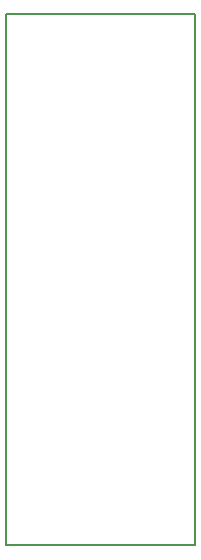
<source format=gm1>
G04*
G04 #@! TF.GenerationSoftware,Altium Limited,Altium Designer,21.0.8 (223)*
G04*
G04 Layer_Color=16711935*
%FSLAX24Y24*%
%MOIN*%
G70*
G04*
G04 #@! TF.SameCoordinates,0C60853F-5807-4D95-8285-97C70BD38C20*
G04*
G04*
G04 #@! TF.FilePolarity,Positive*
G04*
G01*
G75*
%ADD14C,0.0080*%
D14*
X-3150Y17717D02*
X-3150Y0D01*
X-3150Y17717D02*
X3150D01*
X3150Y0D01*
X-3150D02*
X3150D01*
M02*

</source>
